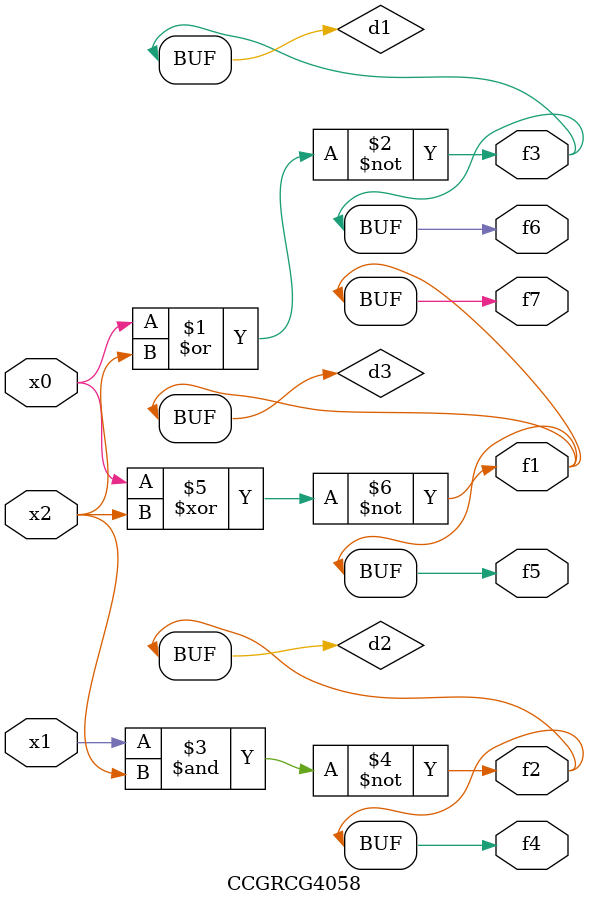
<source format=v>
module CCGRCG4058(
	input x0, x1, x2,
	output f1, f2, f3, f4, f5, f6, f7
);

	wire d1, d2, d3;

	nor (d1, x0, x2);
	nand (d2, x1, x2);
	xnor (d3, x0, x2);
	assign f1 = d3;
	assign f2 = d2;
	assign f3 = d1;
	assign f4 = d2;
	assign f5 = d3;
	assign f6 = d1;
	assign f7 = d3;
endmodule

</source>
